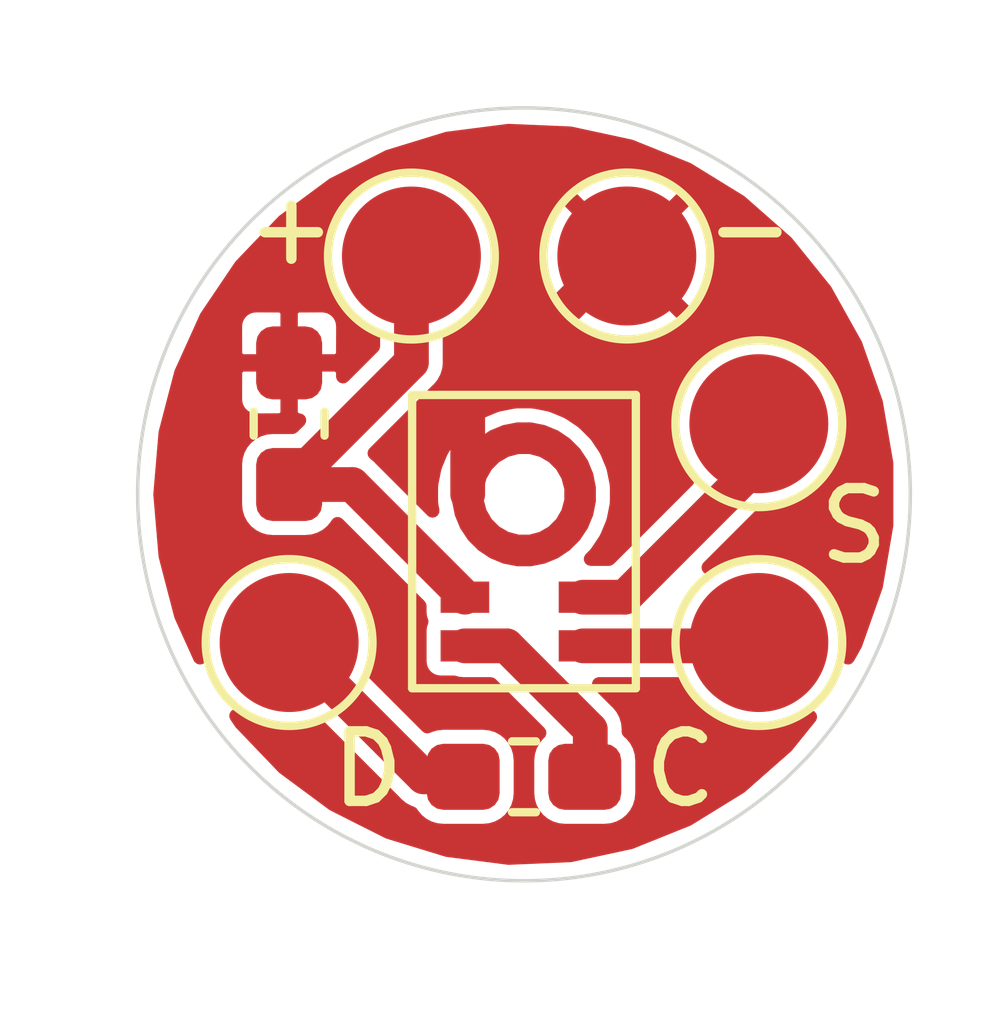
<source format=kicad_pcb>
(kicad_pcb (version 20171130) (host pcbnew 5.1.5+dfsg1-2build2)

  (general
    (thickness 1.6)
    (drawings 1)
    (tracks 19)
    (zones 0)
    (modules 8)
    (nets 7)
  )

  (page A4)
  (layers
    (0 F.Cu signal)
    (31 B.Cu signal)
    (32 B.Adhes user)
    (33 F.Adhes user)
    (34 B.Paste user)
    (35 F.Paste user)
    (36 B.SilkS user)
    (37 F.SilkS user)
    (38 B.Mask user)
    (39 F.Mask user)
    (40 Dwgs.User user)
    (41 Cmts.User user)
    (42 Eco1.User user)
    (43 Eco2.User user)
    (44 Edge.Cuts user)
    (45 Margin user)
    (46 B.CrtYd user)
    (47 F.CrtYd user)
    (48 B.Fab user)
    (49 F.Fab user)
  )

  (setup
    (last_trace_width 0.5)
    (user_trace_width 0.5)
    (trace_clearance 0.2)
    (zone_clearance 0.2)
    (zone_45_only no)
    (trace_min 0.2)
    (via_size 0.8)
    (via_drill 0.4)
    (via_min_size 0.4)
    (via_min_drill 0.3)
    (uvia_size 0.3)
    (uvia_drill 0.1)
    (uvias_allowed no)
    (uvia_min_size 0.2)
    (uvia_min_drill 0.1)
    (edge_width 0.05)
    (segment_width 0.2)
    (pcb_text_width 0.3)
    (pcb_text_size 1.5 1.5)
    (mod_edge_width 0.12)
    (mod_text_size 1 1)
    (mod_text_width 0.15)
    (pad_size 0.8 0.8)
    (pad_drill 0.8)
    (pad_to_mask_clearance 0.051)
    (solder_mask_min_width 0.25)
    (aux_axis_origin 0 0)
    (grid_origin 115.572 98.723267)
    (visible_elements FFFFFF7F)
    (pcbplotparams
      (layerselection 0x010fc_ffffffff)
      (usegerberextensions false)
      (usegerberattributes false)
      (usegerberadvancedattributes false)
      (creategerberjobfile false)
      (excludeedgelayer true)
      (linewidth 0.100000)
      (plotframeref false)
      (viasonmask false)
      (mode 1)
      (useauxorigin false)
      (hpglpennumber 1)
      (hpglpenspeed 20)
      (hpglpendiameter 15.000000)
      (psnegative false)
      (psa4output false)
      (plotreference true)
      (plotvalue true)
      (plotinvisibletext false)
      (padsonsilk false)
      (subtractmaskfromsilk false)
      (outputformat 1)
      (mirror false)
      (drillshape 1)
      (scaleselection 1)
      (outputdirectory ""))
  )

  (net 0 "")
  (net 1 "Net-(MK1-Pad1)")
  (net 2 VDD)
  (net 3 Clock)
  (net 4 Select)
  (net 5 GND)
  (net 6 Data)

  (net_class Default "This is the default net class."
    (clearance 0.2)
    (trace_width 0.25)
    (via_dia 0.8)
    (via_drill 0.4)
    (uvia_dia 0.3)
    (uvia_drill 0.1)
    (add_net Clock)
    (add_net Data)
    (add_net GND)
    (add_net "Net-(MK1-Pad1)")
    (add_net Select)
    (add_net VDD)
  )

  (module TestPoint:TestPoint_Pad_D2.0mm (layer F.Cu) (tedit 5A0F774F) (tstamp 5ED61F66)
    (at 120.4 96.139)
    (descr "SMD pad as test Point, diameter 2.0mm")
    (tags "test point SMD pad")
    (path /5ED5E30A)
    (attr virtual)
    (fp_text reference TP5 (at 0 -1.998) (layer F.SilkS) hide
      (effects (font (size 1 1) (thickness 0.15)))
    )
    (fp_text value - (at 1.772 -0.415733) (layer F.SilkS)
      (effects (font (size 1 1) (thickness 0.15)))
    )
    (fp_circle (center 0 0) (end 0 1.2) (layer F.SilkS) (width 0.12))
    (fp_circle (center 0 0) (end 1.5 0) (layer F.CrtYd) (width 0.05))
    (fp_text user %R (at 0 -2) (layer F.Fab) hide
      (effects (font (size 1 1) (thickness 0.15)))
    )
    (pad 1 smd circle (at 0 0) (size 2 2) (layers F.Cu F.Mask)
      (net 5 GND))
  )

  (module TestPoint:TestPoint_Pad_D2.0mm (layer F.Cu) (tedit 5A0F774F) (tstamp 5ED57A1B)
    (at 115.54 101.7)
    (descr "SMD pad as test Point, diameter 2.0mm")
    (tags "test point SMD pad")
    (path /5ED5C4AD)
    (attr virtual)
    (fp_text reference TP4 (at 0 -1.998) (layer F.SilkS) hide
      (effects (font (size 1 1) (thickness 0.15)))
    )
    (fp_text value D (at 1.132 1.823267) (layer F.SilkS)
      (effects (font (size 1 1) (thickness 0.15)))
    )
    (fp_circle (center 0 0) (end 0 1.2) (layer F.SilkS) (width 0.12))
    (fp_circle (center 0 0) (end 1.5 0) (layer F.CrtYd) (width 0.05))
    (fp_text user %R (at 0 -2) (layer F.Fab) hide
      (effects (font (size 1 1) (thickness 0.15)))
    )
    (pad 1 smd circle (at 0 0) (size 2 2) (layers F.Cu F.Mask)
      (net 6 Data))
  )

  (module TestPoint:TestPoint_Pad_D2.0mm (layer F.Cu) (tedit 5A0F774F) (tstamp 5ED5A3BA)
    (at 122.3 101.7)
    (descr "SMD pad as test Point, diameter 2.0mm")
    (tags "test point SMD pad")
    (path /5ED5C2FD)
    (attr virtual)
    (fp_text reference TP3 (at 0 -1.998) (layer F.SilkS) hide
      (effects (font (size 1 1) (thickness 0.15)))
    )
    (fp_text value C (at -1.129 1.823267) (layer F.SilkS)
      (effects (font (size 1 1) (thickness 0.15)))
    )
    (fp_circle (center 0 0) (end 0 1.2) (layer F.SilkS) (width 0.12))
    (fp_circle (center 0 0) (end 1.5 0) (layer F.CrtYd) (width 0.05))
    (fp_text user %R (at 0 -2) (layer F.Fab) hide
      (effects (font (size 1 1) (thickness 0.15)))
    )
    (pad 1 smd circle (at 0 0) (size 2 2) (layers F.Cu F.Mask)
      (net 3 Clock))
  )

  (module TestPoint:TestPoint_Pad_D2.0mm (layer F.Cu) (tedit 5A0F774F) (tstamp 5ED57A0B)
    (at 122.3 98.552)
    (descr "SMD pad as test Point, diameter 2.0mm")
    (tags "test point SMD pad")
    (path /5ED5BE89)
    (attr virtual)
    (fp_text reference TP2 (at 0 -1.998) (layer F.SilkS) hide
      (effects (font (size 1 1) (thickness 0.15)))
    )
    (fp_text value S (at 1.368 1.471267) (layer F.SilkS)
      (effects (font (size 1 1) (thickness 0.15)))
    )
    (fp_circle (center 0 0) (end 0 1.2) (layer F.SilkS) (width 0.12))
    (fp_circle (center 0 0) (end 1.5 0) (layer F.CrtYd) (width 0.05))
    (fp_text user %R (at 0 -2) (layer F.Fab) hide
      (effects (font (size 1 1) (thickness 0.15)))
    )
    (pad 1 smd circle (at 0 0) (size 2 2) (layers F.Cu F.Mask)
      (net 4 Select))
  )

  (module TestPoint:TestPoint_Pad_D2.0mm (layer F.Cu) (tedit 5A0F774F) (tstamp 5ED61F8A)
    (at 117.3 96.14)
    (descr "SMD pad as test Point, diameter 2.0mm")
    (tags "test point SMD pad")
    (path /5ED5B986)
    (attr virtual)
    (fp_text reference TP1 (at 0 -1.998) (layer F.SilkS) hide
      (effects (font (size 1 1) (thickness 0.15)))
    )
    (fp_text value + (at -1.728 -0.416733) (layer F.SilkS)
      (effects (font (size 1 1) (thickness 0.15)))
    )
    (fp_circle (center 0 0) (end 0 1.2) (layer F.SilkS) (width 0.12))
    (fp_circle (center 0 0) (end 1.5 0) (layer F.CrtYd) (width 0.05))
    (fp_text user %R (at 0 -2) (layer F.Fab) hide
      (effects (font (size 1 1) (thickness 0.15)))
    )
    (pad 1 smd circle (at 0 0) (size 2 2) (layers F.Cu F.Mask)
      (net 2 VDD))
  )

  (module Resistor_SMD:R_0603_1608Metric_Pad1.05x0.95mm_HandSolder (layer F.Cu) (tedit 5B301BBD) (tstamp 5ED579FB)
    (at 118.92 103.632 180)
    (descr "Resistor SMD 0603 (1608 Metric), square (rectangular) end terminal, IPC_7351 nominal with elongated pad for handsoldering. (Body size source: http://www.tortai-tech.com/upload/download/2011102023233369053.pdf), generated with kicad-footprint-generator")
    (tags "resistor handsolder")
    (path /5ED582BF)
    (attr smd)
    (fp_text reference R1 (at 0 -1.43) (layer F.SilkS) hide
      (effects (font (size 1 1) (thickness 0.15)))
    )
    (fp_text value 100 (at 0 1.43) (layer F.Fab) hide
      (effects (font (size 1 1) (thickness 0.15)))
    )
    (fp_text user %R (at 0 0) (layer F.Fab) hide
      (effects (font (size 0.4 0.4) (thickness 0.06)))
    )
    (fp_line (start 1.65 0.73) (end -1.65 0.73) (layer F.CrtYd) (width 0.05))
    (fp_line (start 1.65 -0.73) (end 1.65 0.73) (layer F.CrtYd) (width 0.05))
    (fp_line (start -1.65 -0.73) (end 1.65 -0.73) (layer F.CrtYd) (width 0.05))
    (fp_line (start -1.65 0.73) (end -1.65 -0.73) (layer F.CrtYd) (width 0.05))
    (fp_line (start -0.171267 0.51) (end 0.171267 0.51) (layer F.SilkS) (width 0.12))
    (fp_line (start -0.171267 -0.51) (end 0.171267 -0.51) (layer F.SilkS) (width 0.12))
    (fp_line (start 0.8 0.4) (end -0.8 0.4) (layer F.Fab) (width 0.1))
    (fp_line (start 0.8 -0.4) (end 0.8 0.4) (layer F.Fab) (width 0.1))
    (fp_line (start -0.8 -0.4) (end 0.8 -0.4) (layer F.Fab) (width 0.1))
    (fp_line (start -0.8 0.4) (end -0.8 -0.4) (layer F.Fab) (width 0.1))
    (pad 2 smd roundrect (at 0.875 0 180) (size 1.05 0.95) (layers F.Cu F.Paste F.Mask) (roundrect_rratio 0.25)
      (net 6 Data))
    (pad 1 smd roundrect (at -0.875 0 180) (size 1.05 0.95) (layers F.Cu F.Paste F.Mask) (roundrect_rratio 0.25)
      (net 1 "Net-(MK1-Pad1)"))
    (model ${KISYS3DMOD}/Resistor_SMD.3dshapes/R_0603_1608Metric.wrl
      (at (xyz 0 0 0))
      (scale (xyz 1 1 1))
      (rotate (xyz 0 0 0))
    )
  )

  (module Capacitor_SMD:C_0603_1608Metric_Pad1.05x0.95mm_HandSolder (layer F.Cu) (tedit 5B301BBE) (tstamp 5ED57EE9)
    (at 115.54 98.552 90)
    (descr "Capacitor SMD 0603 (1608 Metric), square (rectangular) end terminal, IPC_7351 nominal with elongated pad for handsoldering. (Body size source: http://www.tortai-tech.com/upload/download/2011102023233369053.pdf), generated with kicad-footprint-generator")
    (tags "capacitor handsolder")
    (path /5ED5AA81)
    (attr smd)
    (fp_text reference C1 (at 0 -1.43 90) (layer F.SilkS) hide
      (effects (font (size 1 1) (thickness 0.15)))
    )
    (fp_text value 100nF (at 0 1.43 90) (layer F.Fab) hide
      (effects (font (size 1 1) (thickness 0.15)))
    )
    (fp_text user %R (at 0 0 90) (layer F.Fab) hide
      (effects (font (size 0.4 0.4) (thickness 0.06)))
    )
    (fp_line (start 1.65 0.73) (end -1.65 0.73) (layer F.CrtYd) (width 0.05))
    (fp_line (start 1.65 -0.73) (end 1.65 0.73) (layer F.CrtYd) (width 0.05))
    (fp_line (start -1.65 -0.73) (end 1.65 -0.73) (layer F.CrtYd) (width 0.05))
    (fp_line (start -1.65 0.73) (end -1.65 -0.73) (layer F.CrtYd) (width 0.05))
    (fp_line (start -0.171267 0.51) (end 0.171267 0.51) (layer F.SilkS) (width 0.12))
    (fp_line (start -0.171267 -0.51) (end 0.171267 -0.51) (layer F.SilkS) (width 0.12))
    (fp_line (start 0.8 0.4) (end -0.8 0.4) (layer F.Fab) (width 0.1))
    (fp_line (start 0.8 -0.4) (end 0.8 0.4) (layer F.Fab) (width 0.1))
    (fp_line (start -0.8 -0.4) (end 0.8 -0.4) (layer F.Fab) (width 0.1))
    (fp_line (start -0.8 0.4) (end -0.8 -0.4) (layer F.Fab) (width 0.1))
    (pad 2 smd roundrect (at 0.875 0 90) (size 1.05 0.95) (layers F.Cu F.Paste F.Mask) (roundrect_rratio 0.25)
      (net 5 GND))
    (pad 1 smd roundrect (at -0.875 0 90) (size 1.05 0.95) (layers F.Cu F.Paste F.Mask) (roundrect_rratio 0.25)
      (net 2 VDD))
    (model ${KISYS3DMOD}/Capacitor_SMD.3dshapes/C_0603_1608Metric.wrl
      (at (xyz 0 0 0))
      (scale (xyz 1 1 1))
      (rotate (xyz 0 0 0))
    )
  )

  (module Sensor_Audio:Infineon_PG-LLGA-5-1 (layer F.Cu) (tedit 5BB39B96) (tstamp 5ED57C7C)
    (at 118.92 100.248 90)
    (descr "Infineon_PG-LLGA-5-1 StepUp generated footprint, https://www.infineon.com/cms/en/product/packages/PG-LLGA/PG-LLGA-5-1/")
    (tags "infineon mems microphone")
    (path /5ED56CAB)
    (attr smd)
    (fp_text reference MK1 (at 0 -2.5 90) (layer F.SilkS) hide
      (effects (font (size 1 1) (thickness 0.15)))
    )
    (fp_text value IM69D130 (at 0 2.5 90) (layer F.Fab) hide
      (effects (font (size 1 1) (thickness 0.15)))
    )
    (fp_line (start -2 -0.5) (end -1 -1.5) (layer F.Fab) (width 0.1))
    (fp_line (start -2.11 1.61) (end -2.11 -1.61) (layer F.SilkS) (width 0.12))
    (fp_line (start 2.11 1.61) (end -2.11 1.61) (layer F.SilkS) (width 0.12))
    (fp_line (start 2.11 -1.61) (end 2.11 1.61) (layer F.SilkS) (width 0.12))
    (fp_line (start -2.11 -1.61) (end 2.11 -1.61) (layer F.SilkS) (width 0.12))
    (fp_line (start -2.25 1.75) (end -2.25 -1.75) (layer F.CrtYd) (width 0.05))
    (fp_line (start 2.25 1.75) (end -2.25 1.75) (layer F.CrtYd) (width 0.05))
    (fp_line (start 2.25 -1.75) (end 2.25 1.75) (layer F.CrtYd) (width 0.05))
    (fp_line (start -2.25 -1.75) (end 2.25 -1.75) (layer F.CrtYd) (width 0.05))
    (fp_line (start -2 1.5) (end -2 -0.5) (layer F.Fab) (width 0.1))
    (fp_line (start 2 1.5) (end -2 1.5) (layer F.Fab) (width 0.1))
    (fp_line (start 2 -1.5) (end 2 1.5) (layer F.Fab) (width 0.1))
    (fp_line (start -1 -1.5) (end 2 -1.5) (layer F.Fab) (width 0.1))
    (fp_text user %R (at 0 0 90) (layer F.Fab)
      (effects (font (size 1 1) (thickness 0.15)))
    )
    (pad 5 smd custom (at 0.68 -0.81 90) (size 0.4 0.4) (layers F.Cu F.Mask)
      (net 5 GND) (zone_connect 0)
      (options (clearance outline) (anchor circle))
      (primitives
        (gr_circle (center 0 0.81) (end 0.81 0.81) (width 0.46))
      ))
    (pad "" smd custom (at 1.08 -0.693 90) (size 0.3 0.3) (layers F.Paste)
      (zone_connect 0)
      (options (clearance outline) (anchor circle))
      (primitives
        (gr_poly (pts
           (xy 0.332468 0.084738) (xy 0.321597 0.162013) (xy 0.281981 0.229246) (xy 0.219652 0.2762) (xy 0.144099 0.295729)
           (xy 0.066824 0.284857) (xy -0.000409 0.245242) (xy -0.1 0.173205) (xy -0.212181 0.122975) (xy -0.280106 0.084557)
           (xy -0.328158 0.023071) (xy -0.349023 -0.052124) (xy -0.339523 -0.12958) (xy -0.301106 -0.197505) (xy -0.239619 -0.245557)
           (xy -0.164424 -0.266422) (xy -0.086969 -0.256922) (xy 0.039636 -0.205356) (xy 0.158025 -0.137004) (xy 0.265986 -0.053144)
           (xy 0.31294 0.009185)) (width 0))
      ))
    (pad "" smd custom (at 0.28 -0.693 90) (size 0.3 0.3) (layers F.Paste)
      (zone_connect 0)
      (options (clearance outline) (anchor circle))
      (primitives
        (gr_poly (pts
           (xy 0.239619 -0.245557) (xy 0.301106 -0.197505) (xy 0.339523 -0.12958) (xy 0.349023 -0.052124) (xy 0.328158 0.023071)
           (xy 0.280106 0.084557) (xy 0.212181 0.122975) (xy 0.1 0.173205) (xy 0.000409 0.245242) (xy -0.066824 0.284857)
           (xy -0.144099 0.295729) (xy -0.219652 0.2762) (xy -0.281981 0.229246) (xy -0.321597 0.162013) (xy -0.332468 0.084738)
           (xy -0.31294 0.009185) (xy -0.265986 -0.053144) (xy -0.158025 -0.137004) (xy -0.039636 -0.205356) (xy 0.086969 -0.256922)
           (xy 0.164424 -0.266422)) (width 0))
      ))
    (pad "" smd custom (at -0.12 0 90) (size 0.3 0.3) (layers F.Paste)
      (zone_connect 0)
      (options (clearance outline) (anchor circle))
      (primitives
        (gr_poly (pts
           (xy -0.092849 -0.330295) (xy -0.020491 -0.359518) (xy 0.057542 -0.358826) (xy 0.12937 -0.328325) (xy 0.184059 -0.272658)
           (xy 0.213282 -0.2003) (xy 0.21259 -0.122267) (xy 0.2 0) (xy 0.21259 0.122267) (xy 0.213282 0.2003)
           (xy 0.184059 0.272658) (xy 0.12937 0.328325) (xy 0.057542 0.358826) (xy -0.020491 0.359518) (xy -0.092849 0.330295)
           (xy -0.148516 0.275607) (xy -0.179017 0.203778) (xy -0.197661 0.068352) (xy -0.197661 -0.068352) (xy -0.179017 -0.203778)
           (xy -0.148516 -0.275607)) (width 0))
      ))
    (pad "" smd custom (at 0.28 0.693 90) (size 0.3 0.3) (layers F.Paste)
      (zone_connect 0)
      (options (clearance outline) (anchor circle))
      (primitives
        (gr_poly (pts
           (xy -0.332475 -0.084712) (xy -0.32161 -0.161988) (xy -0.281999 -0.229224) (xy -0.219674 -0.276183) (xy -0.144122 -0.295717)
           (xy -0.066846 -0.284852) (xy 0.000389 -0.245242) (xy 0.099986 -0.173213) (xy 0.212171 -0.122991) (xy 0.280099 -0.084579)
           (xy 0.328156 -0.023096) (xy 0.349027 0.052097) (xy 0.339534 0.129554) (xy 0.301122 0.197481) (xy 0.239639 0.245538)
           (xy 0.164445 0.266409) (xy 0.086989 0.256916) (xy -0.03962 0.205359) (xy -0.158014 0.137016) (xy -0.265981 0.053165)
           (xy -0.312941 -0.00916)) (width 0))
      ))
    (pad "" smd custom (at 1.08 0.693 90) (size 0.3 0.3) (layers F.Paste)
      (zone_connect 0)
      (options (clearance outline) (anchor circle))
      (primitives
        (gr_poly (pts
           (xy -0.239617 0.245559) (xy -0.301104 0.197507) (xy -0.339522 0.129583) (xy -0.349022 0.052127) (xy -0.328158 -0.023068)
           (xy -0.280106 -0.084555) (xy -0.212182 -0.122973) (xy -0.100002 -0.173204) (xy -0.000411 -0.245242) (xy 0.066822 -0.284858)
           (xy 0.144097 -0.29573) (xy 0.21965 -0.276202) (xy 0.281979 -0.229248) (xy 0.321596 -0.162016) (xy 0.332468 -0.084741)
           (xy 0.31294 -0.009187) (xy 0.265986 0.053142) (xy 0.158026 0.137002) (xy 0.039638 0.205355) (xy -0.086966 0.256923)
           (xy -0.164422 0.266423)) (width 0))
      ))
    (pad "" smd custom (at 1.48 0 90) (size 0.3 0.3) (layers F.Paste)
      (zone_connect 0)
      (options (clearance outline) (anchor circle))
      (primitives
        (gr_poly (pts
           (xy 0.092849 0.330295) (xy 0.020491 0.359518) (xy -0.057542 0.358826) (xy -0.12937 0.328325) (xy -0.184059 0.272658)
           (xy -0.213282 0.2003) (xy -0.21259 0.122267) (xy -0.2 0) (xy -0.21259 -0.122267) (xy -0.213282 -0.2003)
           (xy -0.184059 -0.272658) (xy -0.12937 -0.328325) (xy -0.057542 -0.358826) (xy 0.020491 -0.359518) (xy 0.092849 -0.330295)
           (xy 0.148516 -0.275607) (xy 0.179017 -0.203778) (xy 0.197661 -0.068352) (xy 0.197661 0.068352) (xy 0.179017 0.203778)
           (xy 0.148516 0.275607)) (width 0))
      ))
    (pad "" smd custom (at -0.8 0.725 90) (size 0.3 0.3) (layers F.Paste)
      (zone_connect 0)
      (options (clearance outline) (anchor circle))
      (primitives
        (gr_poly (pts
           (xy 0.184776 -0.076537) (xy 0.141421 -0.141421) (xy 0.076537 -0.184776) (xy 0 -0.2) (xy -0.076537 -0.184776)
           (xy -0.141421 -0.141421) (xy -0.184776 -0.076537) (xy -0.2 0) (xy -0.2 0.25) (xy -0.184776 0.326537)
           (xy -0.141421 0.391421) (xy -0.076537 0.434776) (xy 0 0.45) (xy 0.076537 0.434776) (xy 0.141421 0.391421)
           (xy 0.184776 0.326537) (xy 0.2 0.25) (xy 0.2 0)) (width 0))
      ))
    (pad "" smd custom (at -1.5 0.725 90) (size 0.3 0.3) (layers F.Paste)
      (zone_connect 0)
      (options (clearance outline) (anchor circle))
      (primitives
        (gr_poly (pts
           (xy 0.184776 -0.076537) (xy 0.141421 -0.141421) (xy 0.076537 -0.184776) (xy 0 -0.2) (xy -0.076537 -0.184776)
           (xy -0.141421 -0.141421) (xy -0.184776 -0.076537) (xy -0.2 0) (xy -0.2 0.25) (xy -0.184776 0.326537)
           (xy -0.141421 0.391421) (xy -0.076537 0.434776) (xy 0 0.45) (xy 0.076537 0.434776) (xy 0.141421 0.391421)
           (xy 0.184776 0.326537) (xy 0.2 0.25) (xy 0.2 0)) (width 0))
      ))
    (pad "" smd custom (at -0.8 -0.725 90) (size 0.3 0.3) (layers F.Paste)
      (zone_connect 0)
      (options (clearance outline) (anchor circle))
      (primitives
        (gr_poly (pts
           (xy 0.184776 -0.326537) (xy 0.141421 -0.391421) (xy 0.076537 -0.434776) (xy 0 -0.45) (xy -0.076537 -0.434776)
           (xy -0.141421 -0.391421) (xy -0.184776 -0.326537) (xy -0.2 -0.25) (xy -0.2 0) (xy -0.184776 0.076537)
           (xy -0.141421 0.141421) (xy -0.076537 0.184776) (xy 0 0.2) (xy 0.076537 0.184776) (xy 0.141421 0.141421)
           (xy 0.184776 0.076537) (xy 0.2 0) (xy 0.2 -0.25)) (width 0))
      ))
    (pad "" smd custom (at -1.5 -0.725 90) (size 0.3 0.3) (layers F.Paste)
      (zone_connect 0)
      (options (clearance outline) (anchor circle))
      (primitives
        (gr_poly (pts
           (xy 0.184776 -0.326537) (xy 0.141421 -0.391421) (xy 0.076537 -0.434776) (xy 0 -0.45) (xy -0.076537 -0.434776)
           (xy -0.141421 -0.391421) (xy -0.184776 -0.326537) (xy -0.2 -0.25) (xy -0.2 0) (xy -0.184776 0.076537)
           (xy -0.141421 0.141421) (xy -0.076537 0.184776) (xy 0 0.2) (xy 0.076537 0.184776) (xy 0.141421 0.141421)
           (xy 0.184776 0.076537) (xy 0.2 0) (xy 0.2 -0.25)) (width 0))
      ))
    (pad "" np_thru_hole circle (at 0.68 0 90) (size 0.8 0.8) (drill 0.8) (layers *.Cu *.Mask))
    (pad 4 smd rect (at -0.8 0.85 90) (size 0.45 0.7) (layers F.Cu F.Mask)
      (net 4 Select))
    (pad 3 smd rect (at -1.5 0.85 90) (size 0.45 0.7) (layers F.Cu F.Mask)
      (net 3 Clock))
    (pad 2 smd rect (at -0.8 -0.85 90) (size 0.45 0.7) (layers F.Cu F.Mask)
      (net 2 VDD))
    (pad 1 smd rect (at -1.5 -0.85 90) (size 0.45 0.7) (layers F.Cu F.Mask)
      (net 1 "Net-(MK1-Pad1)"))
    (model ${KISYS3DMOD}/Sensor_Audio.3dshapes/Infineon_PG-LLGA-5-1.wrl
      (at (xyz 0 0 0))
      (scale (xyz 1 1 1))
      (rotate (xyz 0 0 0))
    )
  )

  (gr_circle (center 118.92 99.568) (end 124.48 99.568) (layer Edge.Cuts) (width 0.05) (tstamp 5ED58184))

  (segment (start 119.874 102.952) (end 119.874 103.157) (width 0.5) (layer F.Cu) (net 1))
  (segment (start 118.67 101.748) (end 119.874 102.952) (width 0.5) (layer F.Cu) (net 1))
  (segment (start 119.874 103.157) (end 119.874 103.632) (width 0.25) (layer F.Cu) (net 1))
  (segment (start 118.07 101.748) (end 118.67 101.748) (width 0.5) (layer F.Cu) (net 1))
  (segment (start 118.07 103.369) (end 118.333 103.632) (width 0.25) (layer F.Cu) (net 6))
  (segment (start 118.07 101.048) (end 117.945 101.048) (width 0.25) (layer F.Cu) (net 2))
  (segment (start 117.3 97.667) (end 115.54 99.427) (width 0.5) (layer F.Cu) (net 2))
  (segment (start 117.3 96.14) (end 117.3 97.667) (width 0.5) (layer F.Cu) (net 2))
  (segment (start 116.449 99.427) (end 118.07 101.048) (width 0.5) (layer F.Cu) (net 2))
  (segment (start 115.54 99.427) (end 116.449 99.427) (width 0.5) (layer F.Cu) (net 2))
  (segment (start 122.153 101.748) (end 122.174 101.727) (width 0.25) (layer F.Cu) (net 3))
  (segment (start 119.77 101.748) (end 122.153 101.748) (width 0.5) (layer F.Cu) (net 3))
  (segment (start 122.174 99.244) (end 122.174 98.552) (width 0.25) (layer F.Cu) (net 4))
  (segment (start 120.37 101.048) (end 122.174 99.244) (width 0.5) (layer F.Cu) (net 4))
  (segment (start 119.77 101.048) (end 120.37 101.048) (width 0.5) (layer F.Cu) (net 4))
  (segment (start 118.11 98.298) (end 118.11 99.568) (width 0.5) (layer F.Cu) (net 5))
  (segment (start 120.142 96.266) (end 118.11 98.298) (width 0.5) (layer F.Cu) (net 5))
  (segment (start 117.475 103.632) (end 115.57 101.727) (width 0.5) (layer F.Cu) (net 6))
  (segment (start 118.124 103.632) (end 117.475 103.632) (width 0.5) (layer F.Cu) (net 6))

  (zone (net 5) (net_name GND) (layer F.Cu) (tstamp 0) (hatch edge 0.508)
    (connect_pads (clearance 0.2))
    (min_thickness 0.2)
    (fill yes (arc_segments 32) (thermal_gap 0.2) (thermal_bridge_width 0.25))
    (polygon
      (pts
        (xy 125.857 107.188) (xy 111.379 107.188) (xy 111.379 92.456) (xy 125.857 92.456)
      )
    )
    (filled_polygon
      (pts
        (xy 119.584938 94.375401) (xy 120.452927 94.562467) (xy 121.276817 94.893533) (xy 122.032905 95.359075) (xy 122.69944 95.9457)
        (xy 123.257248 96.636532) (xy 123.690281 97.411697) (xy 123.986082 98.248895) (xy 124.136141 99.124041) (xy 124.136141 100.011959)
        (xy 123.986082 100.887105) (xy 123.690281 101.724303) (xy 123.582122 101.917916) (xy 123.6 101.828039) (xy 123.6 101.571961)
        (xy 123.550042 101.320804) (xy 123.452045 101.084219) (xy 123.309776 100.871298) (xy 123.128702 100.690224) (xy 122.915781 100.547955)
        (xy 122.679196 100.449958) (xy 122.428039 100.4) (xy 122.171961 100.4) (xy 121.920804 100.449958) (xy 121.684219 100.547955)
        (xy 121.574653 100.621165) (xy 122.343818 99.852) (xy 122.428039 99.852) (xy 122.679196 99.802042) (xy 122.915781 99.704045)
        (xy 123.128702 99.561776) (xy 123.309776 99.380702) (xy 123.452045 99.167781) (xy 123.550042 98.931196) (xy 123.6 98.680039)
        (xy 123.6 98.423961) (xy 123.550042 98.172804) (xy 123.452045 97.936219) (xy 123.309776 97.723298) (xy 123.128702 97.542224)
        (xy 122.915781 97.399955) (xy 122.679196 97.301958) (xy 122.428039 97.252) (xy 122.171961 97.252) (xy 121.920804 97.301958)
        (xy 121.684219 97.399955) (xy 121.471298 97.542224) (xy 121.290224 97.723298) (xy 121.147955 97.936219) (xy 121.049958 98.172804)
        (xy 121 98.423961) (xy 121 98.680039) (xy 121.049958 98.931196) (xy 121.147955 99.167781) (xy 121.27791 99.362272)
        (xy 120.142183 100.498) (xy 119.880018 100.498) (xy 119.93709 100.440928) (xy 119.974579 100.395247) (xy 120.087846 100.225731)
        (xy 120.115703 100.173614) (xy 120.193723 99.985257) (xy 120.210878 99.928706) (xy 120.250652 99.728748) (xy 120.256444 99.669938)
        (xy 120.256444 99.466062) (xy 120.250652 99.407252) (xy 120.210878 99.207294) (xy 120.193723 99.150743) (xy 120.115703 98.962386)
        (xy 120.087846 98.910269) (xy 119.974579 98.740753) (xy 119.93709 98.695072) (xy 119.792928 98.55091) (xy 119.747247 98.513421)
        (xy 119.577731 98.400154) (xy 119.525614 98.372297) (xy 119.337257 98.294277) (xy 119.280706 98.277122) (xy 119.080748 98.237348)
        (xy 119.021938 98.231556) (xy 118.818062 98.231556) (xy 118.759252 98.237348) (xy 118.559294 98.277122) (xy 118.502743 98.294277)
        (xy 118.314386 98.372297) (xy 118.262269 98.400154) (xy 118.092753 98.513421) (xy 118.047072 98.55091) (xy 117.90291 98.695072)
        (xy 117.865421 98.740753) (xy 117.752154 98.910269) (xy 117.724297 98.962386) (xy 117.646277 99.150743) (xy 117.629122 99.207294)
        (xy 117.589348 99.407252) (xy 117.583556 99.466062) (xy 117.583556 99.669938) (xy 117.589348 99.728748) (xy 117.60444 99.804623)
        (xy 116.857013 99.057196) (xy 116.83979 99.03621) (xy 116.767739 98.977079) (xy 117.66981 98.075008) (xy 117.69079 98.05779)
        (xy 117.708008 98.03681) (xy 117.708013 98.036805) (xy 117.759521 97.974042) (xy 117.810592 97.878494) (xy 117.842042 97.774819)
        (xy 117.85 97.694018) (xy 117.85 97.694008) (xy 117.85266 97.667) (xy 117.85 97.639992) (xy 117.85 97.319292)
        (xy 117.915781 97.292045) (xy 118.128702 97.149776) (xy 118.251326 97.027152) (xy 119.547204 97.027152) (xy 119.652549 97.210312)
        (xy 119.875914 97.335548) (xy 120.119419 97.4148) (xy 120.373706 97.445025) (xy 120.629004 97.42506) (xy 120.875502 97.355673)
        (xy 121.103726 97.239529) (xy 121.147451 97.210312) (xy 121.252796 97.027152) (xy 120.4 96.174355) (xy 119.547204 97.027152)
        (xy 118.251326 97.027152) (xy 118.309776 96.968702) (xy 118.452045 96.755781) (xy 118.550042 96.519196) (xy 118.6 96.268039)
        (xy 118.6 96.112706) (xy 119.093975 96.112706) (xy 119.11394 96.368004) (xy 119.183327 96.614502) (xy 119.299471 96.842726)
        (xy 119.328688 96.886451) (xy 119.511848 96.991796) (xy 120.364645 96.139) (xy 120.435355 96.139) (xy 121.288152 96.991796)
        (xy 121.471312 96.886451) (xy 121.596548 96.663086) (xy 121.6758 96.419581) (xy 121.706025 96.165294) (xy 121.68606 95.909996)
        (xy 121.616673 95.663498) (xy 121.500529 95.435274) (xy 121.471312 95.391549) (xy 121.288152 95.286204) (xy 120.435355 96.139)
        (xy 120.364645 96.139) (xy 119.511848 95.286204) (xy 119.328688 95.391549) (xy 119.203452 95.614914) (xy 119.1242 95.858419)
        (xy 119.093975 96.112706) (xy 118.6 96.112706) (xy 118.6 96.011961) (xy 118.550042 95.760804) (xy 118.452045 95.524219)
        (xy 118.309776 95.311298) (xy 118.249326 95.250848) (xy 119.547204 95.250848) (xy 120.4 96.103645) (xy 121.252796 95.250848)
        (xy 121.147451 95.067688) (xy 120.924086 94.942452) (xy 120.680581 94.8632) (xy 120.426294 94.832975) (xy 120.170996 94.85294)
        (xy 119.924498 94.922327) (xy 119.696274 95.038471) (xy 119.652549 95.067688) (xy 119.547204 95.250848) (xy 118.249326 95.250848)
        (xy 118.128702 95.130224) (xy 117.915781 94.987955) (xy 117.679196 94.889958) (xy 117.428039 94.84) (xy 117.171961 94.84)
        (xy 116.920804 94.889958) (xy 116.684219 94.987955) (xy 116.471298 95.130224) (xy 116.290224 95.311298) (xy 116.147955 95.524219)
        (xy 116.049958 95.760804) (xy 116 96.011961) (xy 116 96.268039) (xy 116.049958 96.519196) (xy 116.147955 96.755781)
        (xy 116.290224 96.968702) (xy 116.471298 97.149776) (xy 116.684219 97.292045) (xy 116.750001 97.319293) (xy 116.750001 97.439181)
        (xy 116.315331 97.873851) (xy 116.315 97.777) (xy 116.24 97.702) (xy 115.565 97.702) (xy 115.565 98.427)
        (xy 115.64 98.502) (xy 115.687001 98.502182) (xy 115.588634 98.600549) (xy 115.3025 98.600549) (xy 115.197356 98.610905)
        (xy 115.096252 98.641574) (xy 115.003075 98.691379) (xy 114.921404 98.758404) (xy 114.854379 98.840075) (xy 114.804574 98.933252)
        (xy 114.773905 99.034356) (xy 114.763549 99.1395) (xy 114.763549 99.7145) (xy 114.773905 99.819644) (xy 114.804574 99.920748)
        (xy 114.854379 100.013925) (xy 114.921404 100.095596) (xy 115.003075 100.162621) (xy 115.096252 100.212426) (xy 115.197356 100.243095)
        (xy 115.3025 100.253451) (xy 115.7775 100.253451) (xy 115.882644 100.243095) (xy 115.983748 100.212426) (xy 116.076925 100.162621)
        (xy 116.158596 100.095596) (xy 116.225621 100.013925) (xy 116.236937 99.992754) (xy 117.418549 101.174367) (xy 117.418549 101.273)
        (xy 117.424341 101.33181) (xy 117.441496 101.38836) (xy 117.446649 101.398) (xy 117.441496 101.40764) (xy 117.424341 101.46419)
        (xy 117.418549 101.523) (xy 117.418549 101.973) (xy 117.424341 102.03181) (xy 117.441496 102.08836) (xy 117.469353 102.140477)
        (xy 117.506842 102.186158) (xy 117.552523 102.223647) (xy 117.60464 102.251504) (xy 117.66119 102.268659) (xy 117.72 102.274451)
        (xy 117.910785 102.274451) (xy 117.962181 102.290042) (xy 118.042982 102.298) (xy 118.442183 102.298) (xy 119.143531 102.999349)
        (xy 119.126404 103.013404) (xy 119.059379 103.095075) (xy 119.009574 103.188252) (xy 118.978905 103.289356) (xy 118.968549 103.3945)
        (xy 118.968549 103.8695) (xy 118.978905 103.974644) (xy 119.009574 104.075748) (xy 119.059379 104.168925) (xy 119.126404 104.250596)
        (xy 119.208075 104.317621) (xy 119.301252 104.367426) (xy 119.402356 104.398095) (xy 119.5075 104.408451) (xy 120.0825 104.408451)
        (xy 120.187644 104.398095) (xy 120.288748 104.367426) (xy 120.381925 104.317621) (xy 120.463596 104.250596) (xy 120.530621 104.168925)
        (xy 120.580426 104.075748) (xy 120.611095 103.974644) (xy 120.621451 103.8695) (xy 120.621451 103.3945) (xy 120.611095 103.289356)
        (xy 120.580426 103.188252) (xy 120.530621 103.095075) (xy 120.463596 103.013404) (xy 120.424 102.980909) (xy 120.424 102.979007)
        (xy 120.42666 102.951999) (xy 120.424 102.924991) (xy 120.424 102.924982) (xy 120.416042 102.844181) (xy 120.384592 102.740506)
        (xy 120.360818 102.696028) (xy 120.333521 102.644957) (xy 120.282013 102.582195) (xy 120.282008 102.58219) (xy 120.26479 102.56121)
        (xy 120.24381 102.543992) (xy 119.997818 102.298) (xy 121.14059 102.298) (xy 121.147955 102.315781) (xy 121.290224 102.528702)
        (xy 121.471298 102.709776) (xy 121.684219 102.852045) (xy 121.920804 102.950042) (xy 122.171961 103) (xy 122.428039 103)
        (xy 122.679196 102.950042) (xy 122.915781 102.852045) (xy 123.039088 102.769654) (xy 122.69944 103.1903) (xy 122.032905 103.776925)
        (xy 121.276817 104.242467) (xy 120.452927 104.573533) (xy 119.584938 104.760599) (xy 118.69782 104.798283) (xy 117.817094 104.685502)
        (xy 116.968096 104.425499) (xy 116.175251 104.025755) (xy 115.461368 103.49777) (xy 114.846983 102.856732) (xy 114.777601 102.754078)
        (xy 114.924219 102.852045) (xy 115.160804 102.950042) (xy 115.411961 103) (xy 115.668039 103) (xy 115.919196 102.950042)
        (xy 115.987098 102.921916) (xy 117.066992 104.00181) (xy 117.08421 104.02279) (xy 117.10519 104.040008) (xy 117.105195 104.040013)
        (xy 117.167958 104.091521) (xy 117.263505 104.142592) (xy 117.301457 104.154105) (xy 117.309379 104.168925) (xy 117.376404 104.250596)
        (xy 117.458075 104.317621) (xy 117.551252 104.367426) (xy 117.652356 104.398095) (xy 117.7575 104.408451) (xy 118.3325 104.408451)
        (xy 118.437644 104.398095) (xy 118.538748 104.367426) (xy 118.631925 104.317621) (xy 118.713596 104.250596) (xy 118.780621 104.168925)
        (xy 118.830426 104.075748) (xy 118.861095 103.974644) (xy 118.871451 103.8695) (xy 118.871451 103.3945) (xy 118.861095 103.289356)
        (xy 118.830426 103.188252) (xy 118.780621 103.095075) (xy 118.713596 103.013404) (xy 118.631925 102.946379) (xy 118.538748 102.896574)
        (xy 118.437644 102.865905) (xy 118.3325 102.855549) (xy 117.7575 102.855549) (xy 117.652356 102.865905) (xy 117.551252 102.896574)
        (xy 117.529186 102.908369) (xy 116.763673 102.142856) (xy 116.790042 102.079196) (xy 116.84 101.828039) (xy 116.84 101.571961)
        (xy 116.790042 101.320804) (xy 116.692045 101.084219) (xy 116.549776 100.871298) (xy 116.368702 100.690224) (xy 116.155781 100.547955)
        (xy 115.919196 100.449958) (xy 115.668039 100.4) (xy 115.411961 100.4) (xy 115.160804 100.449958) (xy 114.924219 100.547955)
        (xy 114.711298 100.690224) (xy 114.530224 100.871298) (xy 114.387955 101.084219) (xy 114.289958 101.320804) (xy 114.24 101.571961)
        (xy 114.24 101.828039) (xy 114.257833 101.917694) (xy 113.984037 101.311987) (xy 113.760301 100.452719) (xy 113.685 99.568)
        (xy 113.760301 98.683281) (xy 113.885616 98.202) (xy 114.763548 98.202) (xy 114.76934 98.26081) (xy 114.786495 98.317361)
        (xy 114.814352 98.369478) (xy 114.851841 98.415159) (xy 114.897522 98.452648) (xy 114.949639 98.480505) (xy 115.00619 98.49766)
        (xy 115.065 98.503452) (xy 115.44 98.502) (xy 115.515 98.427) (xy 115.515 97.702) (xy 114.84 97.702)
        (xy 114.765 97.777) (xy 114.763548 98.202) (xy 113.885616 98.202) (xy 113.984037 97.824013) (xy 114.287805 97.152)
        (xy 114.763548 97.152) (xy 114.765 97.577) (xy 114.84 97.652) (xy 115.515 97.652) (xy 115.515 96.927)
        (xy 115.565 96.927) (xy 115.565 97.652) (xy 116.24 97.652) (xy 116.315 97.577) (xy 116.316452 97.152)
        (xy 116.31066 97.09319) (xy 116.293505 97.036639) (xy 116.265648 96.984522) (xy 116.228159 96.938841) (xy 116.182478 96.901352)
        (xy 116.130361 96.873495) (xy 116.07381 96.85634) (xy 116.015 96.850548) (xy 115.64 96.852) (xy 115.565 96.927)
        (xy 115.515 96.927) (xy 115.44 96.852) (xy 115.065 96.850548) (xy 115.00619 96.85634) (xy 114.949639 96.873495)
        (xy 114.897522 96.901352) (xy 114.851841 96.938841) (xy 114.814352 96.984522) (xy 114.786495 97.036639) (xy 114.76934 97.09319)
        (xy 114.763548 97.152) (xy 114.287805 97.152) (xy 114.349771 97.014917) (xy 114.846983 96.279268) (xy 115.461368 95.63823)
        (xy 116.175251 95.110245) (xy 116.968096 94.710501) (xy 117.817094 94.450498) (xy 118.69782 94.337717)
      )
    )
  )
)

</source>
